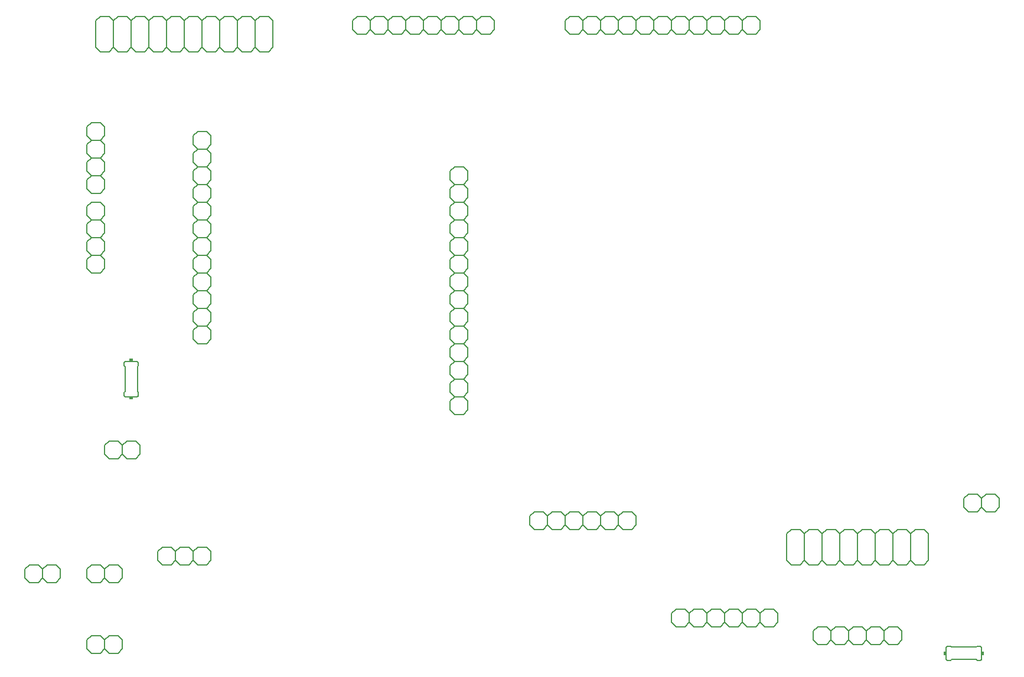
<source format=gto>
G75*
%MOIN*%
%OFA0B0*%
%FSLAX25Y25*%
%IPPOS*%
%LPD*%
%AMOC8*
5,1,8,0,0,1.08239X$1,22.5*
%
%ADD10C,0.00600*%
%ADD11R,0.01500X0.02000*%
%ADD12R,0.02000X0.01500*%
D10*
X0056800Y0044300D02*
X0059300Y0041800D01*
X0064300Y0041800D01*
X0066800Y0044300D01*
X0066800Y0049300D01*
X0064300Y0051800D01*
X0059300Y0051800D01*
X0056800Y0049300D01*
X0056800Y0044300D01*
X0066800Y0044300D02*
X0069300Y0041800D01*
X0074300Y0041800D01*
X0076800Y0044300D01*
X0076800Y0049300D01*
X0074300Y0051800D01*
X0069300Y0051800D01*
X0066800Y0049300D01*
X0064300Y0081800D02*
X0059300Y0081800D01*
X0056800Y0084300D01*
X0056800Y0089300D01*
X0059300Y0091800D01*
X0064300Y0091800D01*
X0066800Y0089300D01*
X0069300Y0091800D01*
X0074300Y0091800D01*
X0076800Y0089300D01*
X0076800Y0084300D01*
X0074300Y0081800D01*
X0069300Y0081800D01*
X0066800Y0084300D01*
X0064300Y0081800D01*
X0066800Y0084300D02*
X0066800Y0089300D01*
X0041800Y0089300D02*
X0041800Y0084300D01*
X0039300Y0081800D01*
X0034300Y0081800D01*
X0031800Y0084300D01*
X0029300Y0081800D01*
X0024300Y0081800D01*
X0021800Y0084300D01*
X0021800Y0089300D01*
X0024300Y0091800D01*
X0029300Y0091800D01*
X0031800Y0089300D01*
X0034300Y0091800D01*
X0039300Y0091800D01*
X0041800Y0089300D01*
X0031800Y0089300D02*
X0031800Y0084300D01*
X0096800Y0094300D02*
X0099300Y0091800D01*
X0104300Y0091800D01*
X0106800Y0094300D01*
X0109300Y0091800D01*
X0114300Y0091800D01*
X0116800Y0094300D01*
X0119300Y0091800D01*
X0124300Y0091800D01*
X0126800Y0094300D01*
X0126800Y0099300D01*
X0124300Y0101800D01*
X0119300Y0101800D01*
X0116800Y0099300D01*
X0116800Y0094300D01*
X0116800Y0099300D02*
X0114300Y0101800D01*
X0109300Y0101800D01*
X0106800Y0099300D01*
X0106800Y0094300D01*
X0106800Y0099300D02*
X0104300Y0101800D01*
X0099300Y0101800D01*
X0096800Y0099300D01*
X0096800Y0094300D01*
X0084300Y0151800D02*
X0079300Y0151800D01*
X0076800Y0154300D01*
X0074300Y0151800D01*
X0069300Y0151800D01*
X0066800Y0154300D01*
X0066800Y0159300D01*
X0069300Y0161800D01*
X0074300Y0161800D01*
X0076800Y0159300D01*
X0079300Y0161800D01*
X0084300Y0161800D01*
X0086800Y0159300D01*
X0086800Y0154300D01*
X0084300Y0151800D01*
X0076800Y0154300D02*
X0076800Y0159300D01*
X0078800Y0186800D02*
X0084800Y0186800D01*
X0084860Y0186802D01*
X0084921Y0186807D01*
X0084980Y0186816D01*
X0085039Y0186829D01*
X0085098Y0186845D01*
X0085155Y0186865D01*
X0085210Y0186888D01*
X0085265Y0186915D01*
X0085317Y0186944D01*
X0085368Y0186977D01*
X0085417Y0187013D01*
X0085463Y0187051D01*
X0085507Y0187093D01*
X0085549Y0187137D01*
X0085587Y0187183D01*
X0085623Y0187232D01*
X0085656Y0187283D01*
X0085685Y0187335D01*
X0085712Y0187390D01*
X0085735Y0187445D01*
X0085755Y0187502D01*
X0085771Y0187561D01*
X0085784Y0187620D01*
X0085793Y0187679D01*
X0085798Y0187740D01*
X0085800Y0187800D01*
X0085800Y0189300D01*
X0085300Y0189800D01*
X0085300Y0203800D01*
X0085800Y0204300D01*
X0085800Y0205800D01*
X0085798Y0205860D01*
X0085793Y0205921D01*
X0085784Y0205980D01*
X0085771Y0206039D01*
X0085755Y0206098D01*
X0085735Y0206155D01*
X0085712Y0206210D01*
X0085685Y0206265D01*
X0085656Y0206317D01*
X0085623Y0206368D01*
X0085587Y0206417D01*
X0085549Y0206463D01*
X0085507Y0206507D01*
X0085463Y0206549D01*
X0085417Y0206587D01*
X0085368Y0206623D01*
X0085317Y0206656D01*
X0085265Y0206685D01*
X0085210Y0206712D01*
X0085155Y0206735D01*
X0085098Y0206755D01*
X0085039Y0206771D01*
X0084980Y0206784D01*
X0084921Y0206793D01*
X0084860Y0206798D01*
X0084800Y0206800D01*
X0078800Y0206800D01*
X0078740Y0206798D01*
X0078679Y0206793D01*
X0078620Y0206784D01*
X0078561Y0206771D01*
X0078502Y0206755D01*
X0078445Y0206735D01*
X0078390Y0206712D01*
X0078335Y0206685D01*
X0078283Y0206656D01*
X0078232Y0206623D01*
X0078183Y0206587D01*
X0078137Y0206549D01*
X0078093Y0206507D01*
X0078051Y0206463D01*
X0078013Y0206417D01*
X0077977Y0206368D01*
X0077944Y0206317D01*
X0077915Y0206265D01*
X0077888Y0206210D01*
X0077865Y0206155D01*
X0077845Y0206098D01*
X0077829Y0206039D01*
X0077816Y0205980D01*
X0077807Y0205921D01*
X0077802Y0205860D01*
X0077800Y0205800D01*
X0077800Y0204300D01*
X0078300Y0203800D01*
X0078300Y0189800D01*
X0077800Y0189300D01*
X0077800Y0187800D01*
X0077802Y0187740D01*
X0077807Y0187679D01*
X0077816Y0187620D01*
X0077829Y0187561D01*
X0077845Y0187502D01*
X0077865Y0187445D01*
X0077888Y0187390D01*
X0077915Y0187335D01*
X0077944Y0187283D01*
X0077977Y0187232D01*
X0078013Y0187183D01*
X0078051Y0187137D01*
X0078093Y0187093D01*
X0078137Y0187051D01*
X0078183Y0187013D01*
X0078232Y0186977D01*
X0078283Y0186944D01*
X0078335Y0186915D01*
X0078390Y0186888D01*
X0078445Y0186865D01*
X0078502Y0186845D01*
X0078561Y0186829D01*
X0078620Y0186816D01*
X0078679Y0186807D01*
X0078740Y0186802D01*
X0078800Y0186800D01*
X0116800Y0219300D02*
X0116800Y0224300D01*
X0119300Y0226800D01*
X0116800Y0229300D01*
X0116800Y0234300D01*
X0119300Y0236800D01*
X0116800Y0239300D01*
X0116800Y0244300D01*
X0119300Y0246800D01*
X0116800Y0249300D01*
X0116800Y0254300D01*
X0119300Y0256800D01*
X0116800Y0259300D01*
X0116800Y0264300D01*
X0119300Y0266800D01*
X0116800Y0269300D01*
X0116800Y0274300D01*
X0119300Y0276800D01*
X0116800Y0279300D01*
X0116800Y0284300D01*
X0119300Y0286800D01*
X0116800Y0289300D01*
X0116800Y0294300D01*
X0119300Y0296800D01*
X0116800Y0299300D01*
X0116800Y0304300D01*
X0119300Y0306800D01*
X0116800Y0309300D01*
X0116800Y0314300D01*
X0119300Y0316800D01*
X0116800Y0319300D01*
X0116800Y0324300D01*
X0119300Y0326800D01*
X0116800Y0329300D01*
X0116800Y0334300D01*
X0119300Y0336800D01*
X0124300Y0336800D01*
X0126800Y0334300D01*
X0126800Y0329300D01*
X0124300Y0326800D01*
X0126800Y0324300D01*
X0126800Y0319300D01*
X0124300Y0316800D01*
X0119300Y0316800D01*
X0124300Y0316800D02*
X0126800Y0314300D01*
X0126800Y0309300D01*
X0124300Y0306800D01*
X0126800Y0304300D01*
X0126800Y0299300D01*
X0124300Y0296800D01*
X0126800Y0294300D01*
X0126800Y0289300D01*
X0124300Y0286800D01*
X0119300Y0286800D01*
X0124300Y0286800D02*
X0126800Y0284300D01*
X0126800Y0279300D01*
X0124300Y0276800D01*
X0126800Y0274300D01*
X0126800Y0269300D01*
X0124300Y0266800D01*
X0126800Y0264300D01*
X0126800Y0259300D01*
X0124300Y0256800D01*
X0119300Y0256800D01*
X0124300Y0256800D02*
X0126800Y0254300D01*
X0126800Y0249300D01*
X0124300Y0246800D01*
X0126800Y0244300D01*
X0126800Y0239300D01*
X0124300Y0236800D01*
X0126800Y0234300D01*
X0126800Y0229300D01*
X0124300Y0226800D01*
X0126800Y0224300D01*
X0126800Y0219300D01*
X0124300Y0216800D01*
X0119300Y0216800D01*
X0116800Y0219300D01*
X0119300Y0226800D02*
X0124300Y0226800D01*
X0124300Y0236800D02*
X0119300Y0236800D01*
X0119300Y0246800D02*
X0124300Y0246800D01*
X0124300Y0266800D02*
X0119300Y0266800D01*
X0119300Y0276800D02*
X0124300Y0276800D01*
X0124300Y0296800D02*
X0119300Y0296800D01*
X0119300Y0306800D02*
X0124300Y0306800D01*
X0124300Y0326800D02*
X0119300Y0326800D01*
X0066800Y0324300D02*
X0064300Y0321800D01*
X0059300Y0321800D01*
X0056800Y0324300D01*
X0056800Y0329300D01*
X0059300Y0331800D01*
X0056800Y0334300D01*
X0056800Y0339300D01*
X0059300Y0341800D01*
X0064300Y0341800D01*
X0066800Y0339300D01*
X0066800Y0334300D01*
X0064300Y0331800D01*
X0066800Y0329300D01*
X0066800Y0324300D01*
X0064300Y0321800D02*
X0066800Y0319300D01*
X0066800Y0314300D01*
X0064300Y0311800D01*
X0066800Y0309300D01*
X0066800Y0304300D01*
X0064300Y0301800D01*
X0059300Y0301800D01*
X0056800Y0304300D01*
X0056800Y0309300D01*
X0059300Y0311800D01*
X0056800Y0314300D01*
X0056800Y0319300D01*
X0059300Y0321800D01*
X0059300Y0331800D02*
X0064300Y0331800D01*
X0064300Y0311800D02*
X0059300Y0311800D01*
X0059300Y0296800D02*
X0056800Y0294300D01*
X0056800Y0289300D01*
X0059300Y0286800D01*
X0056800Y0284300D01*
X0056800Y0279300D01*
X0059300Y0276800D01*
X0064300Y0276800D01*
X0066800Y0279300D01*
X0066800Y0284300D01*
X0064300Y0286800D01*
X0059300Y0286800D01*
X0064300Y0286800D02*
X0066800Y0289300D01*
X0066800Y0294300D01*
X0064300Y0296800D01*
X0059300Y0296800D01*
X0059300Y0276800D02*
X0056800Y0274300D01*
X0056800Y0269300D01*
X0059300Y0266800D01*
X0056800Y0264300D01*
X0056800Y0259300D01*
X0059300Y0256800D01*
X0064300Y0256800D01*
X0066800Y0259300D01*
X0066800Y0264300D01*
X0064300Y0266800D01*
X0059300Y0266800D01*
X0064300Y0266800D02*
X0066800Y0269300D01*
X0066800Y0274300D01*
X0064300Y0276800D01*
X0064300Y0381800D02*
X0061800Y0384300D01*
X0061800Y0399300D01*
X0064300Y0401800D01*
X0069300Y0401800D01*
X0071800Y0399300D01*
X0071800Y0384300D01*
X0069300Y0381800D01*
X0064300Y0381800D01*
X0071800Y0384300D02*
X0074300Y0381800D01*
X0079300Y0381800D01*
X0081800Y0384300D01*
X0081800Y0399300D01*
X0084300Y0401800D01*
X0089300Y0401800D01*
X0091800Y0399300D01*
X0091800Y0384300D01*
X0089300Y0381800D01*
X0084300Y0381800D01*
X0081800Y0384300D01*
X0091800Y0384300D02*
X0094300Y0381800D01*
X0099300Y0381800D01*
X0101800Y0384300D01*
X0101800Y0399300D01*
X0099300Y0401800D01*
X0094300Y0401800D01*
X0091800Y0399300D01*
X0081800Y0399300D02*
X0079300Y0401800D01*
X0074300Y0401800D01*
X0071800Y0399300D01*
X0101800Y0399300D02*
X0104300Y0401800D01*
X0109300Y0401800D01*
X0111800Y0399300D01*
X0111800Y0384300D01*
X0109300Y0381800D01*
X0104300Y0381800D01*
X0101800Y0384300D01*
X0111800Y0384300D02*
X0114300Y0381800D01*
X0119300Y0381800D01*
X0121800Y0384300D01*
X0121800Y0399300D01*
X0119300Y0401800D01*
X0114300Y0401800D01*
X0111800Y0399300D01*
X0121800Y0399300D02*
X0124300Y0401800D01*
X0129300Y0401800D01*
X0131800Y0399300D01*
X0131800Y0384300D01*
X0129300Y0381800D01*
X0124300Y0381800D01*
X0121800Y0384300D01*
X0131800Y0384300D02*
X0134300Y0381800D01*
X0139300Y0381800D01*
X0141800Y0384300D01*
X0141800Y0399300D01*
X0139300Y0401800D01*
X0134300Y0401800D01*
X0131800Y0399300D01*
X0141800Y0399300D02*
X0144300Y0401800D01*
X0149300Y0401800D01*
X0151800Y0399300D01*
X0151800Y0384300D01*
X0149300Y0381800D01*
X0144300Y0381800D01*
X0141800Y0384300D01*
X0151800Y0384300D02*
X0154300Y0381800D01*
X0159300Y0381800D01*
X0161800Y0384300D01*
X0161800Y0399300D01*
X0159300Y0401800D01*
X0154300Y0401800D01*
X0151800Y0399300D01*
X0206800Y0399300D02*
X0206800Y0394300D01*
X0209300Y0391800D01*
X0214300Y0391800D01*
X0216800Y0394300D01*
X0219300Y0391800D01*
X0224300Y0391800D01*
X0226800Y0394300D01*
X0226800Y0399300D01*
X0224300Y0401800D01*
X0219300Y0401800D01*
X0216800Y0399300D01*
X0216800Y0394300D01*
X0226800Y0394300D02*
X0229300Y0391800D01*
X0234300Y0391800D01*
X0236800Y0394300D01*
X0239300Y0391800D01*
X0244300Y0391800D01*
X0246800Y0394300D01*
X0249300Y0391800D01*
X0254300Y0391800D01*
X0256800Y0394300D01*
X0256800Y0399300D01*
X0254300Y0401800D01*
X0249300Y0401800D01*
X0246800Y0399300D01*
X0246800Y0394300D01*
X0256800Y0394300D02*
X0259300Y0391800D01*
X0264300Y0391800D01*
X0266800Y0394300D01*
X0269300Y0391800D01*
X0274300Y0391800D01*
X0276800Y0394300D01*
X0279300Y0391800D01*
X0284300Y0391800D01*
X0286800Y0394300D01*
X0286800Y0399300D01*
X0284300Y0401800D01*
X0279300Y0401800D01*
X0276800Y0399300D01*
X0276800Y0394300D01*
X0276800Y0399300D02*
X0274300Y0401800D01*
X0269300Y0401800D01*
X0266800Y0399300D01*
X0266800Y0394300D01*
X0266800Y0399300D02*
X0264300Y0401800D01*
X0259300Y0401800D01*
X0256800Y0399300D01*
X0246800Y0399300D02*
X0244300Y0401800D01*
X0239300Y0401800D01*
X0236800Y0399300D01*
X0236800Y0394300D01*
X0236800Y0399300D02*
X0234300Y0401800D01*
X0229300Y0401800D01*
X0226800Y0399300D01*
X0216800Y0399300D02*
X0214300Y0401800D01*
X0209300Y0401800D01*
X0206800Y0399300D01*
X0264300Y0316800D02*
X0269300Y0316800D01*
X0271800Y0314300D01*
X0271800Y0309300D01*
X0269300Y0306800D01*
X0271800Y0304300D01*
X0271800Y0299300D01*
X0269300Y0296800D01*
X0271800Y0294300D01*
X0271800Y0289300D01*
X0269300Y0286800D01*
X0271800Y0284300D01*
X0271800Y0279300D01*
X0269300Y0276800D01*
X0271800Y0274300D01*
X0271800Y0269300D01*
X0269300Y0266800D01*
X0271800Y0264300D01*
X0271800Y0259300D01*
X0269300Y0256800D01*
X0271800Y0254300D01*
X0271800Y0249300D01*
X0269300Y0246800D01*
X0271800Y0244300D01*
X0271800Y0239300D01*
X0269300Y0236800D01*
X0271800Y0234300D01*
X0271800Y0229300D01*
X0269300Y0226800D01*
X0271800Y0224300D01*
X0271800Y0219300D01*
X0269300Y0216800D01*
X0271800Y0214300D01*
X0271800Y0209300D01*
X0269300Y0206800D01*
X0271800Y0204300D01*
X0271800Y0199300D01*
X0269300Y0196800D01*
X0271800Y0194300D01*
X0271800Y0189300D01*
X0269300Y0186800D01*
X0271800Y0184300D01*
X0271800Y0179300D01*
X0269300Y0176800D01*
X0264300Y0176800D01*
X0261800Y0179300D01*
X0261800Y0184300D01*
X0264300Y0186800D01*
X0261800Y0189300D01*
X0261800Y0194300D01*
X0264300Y0196800D01*
X0269300Y0196800D01*
X0264300Y0196800D02*
X0261800Y0199300D01*
X0261800Y0204300D01*
X0264300Y0206800D01*
X0261800Y0209300D01*
X0261800Y0214300D01*
X0264300Y0216800D01*
X0261800Y0219300D01*
X0261800Y0224300D01*
X0264300Y0226800D01*
X0269300Y0226800D01*
X0264300Y0226800D02*
X0261800Y0229300D01*
X0261800Y0234300D01*
X0264300Y0236800D01*
X0261800Y0239300D01*
X0261800Y0244300D01*
X0264300Y0246800D01*
X0261800Y0249300D01*
X0261800Y0254300D01*
X0264300Y0256800D01*
X0269300Y0256800D01*
X0264300Y0256800D02*
X0261800Y0259300D01*
X0261800Y0264300D01*
X0264300Y0266800D01*
X0261800Y0269300D01*
X0261800Y0274300D01*
X0264300Y0276800D01*
X0261800Y0279300D01*
X0261800Y0284300D01*
X0264300Y0286800D01*
X0269300Y0286800D01*
X0264300Y0286800D02*
X0261800Y0289300D01*
X0261800Y0294300D01*
X0264300Y0296800D01*
X0261800Y0299300D01*
X0261800Y0304300D01*
X0264300Y0306800D01*
X0261800Y0309300D01*
X0261800Y0314300D01*
X0264300Y0316800D01*
X0264300Y0306800D02*
X0269300Y0306800D01*
X0269300Y0296800D02*
X0264300Y0296800D01*
X0264300Y0276800D02*
X0269300Y0276800D01*
X0269300Y0266800D02*
X0264300Y0266800D01*
X0264300Y0246800D02*
X0269300Y0246800D01*
X0269300Y0236800D02*
X0264300Y0236800D01*
X0264300Y0216800D02*
X0269300Y0216800D01*
X0269300Y0206800D02*
X0264300Y0206800D01*
X0264300Y0186800D02*
X0269300Y0186800D01*
X0309300Y0121800D02*
X0306800Y0119300D01*
X0306800Y0114300D01*
X0309300Y0111800D01*
X0314300Y0111800D01*
X0316800Y0114300D01*
X0319300Y0111800D01*
X0324300Y0111800D01*
X0326800Y0114300D01*
X0326800Y0119300D01*
X0324300Y0121800D01*
X0319300Y0121800D01*
X0316800Y0119300D01*
X0316800Y0114300D01*
X0316800Y0119300D02*
X0314300Y0121800D01*
X0309300Y0121800D01*
X0326800Y0119300D02*
X0329300Y0121800D01*
X0334300Y0121800D01*
X0336800Y0119300D01*
X0339300Y0121800D01*
X0344300Y0121800D01*
X0346800Y0119300D01*
X0349300Y0121800D01*
X0354300Y0121800D01*
X0356800Y0119300D01*
X0359300Y0121800D01*
X0364300Y0121800D01*
X0366800Y0119300D01*
X0366800Y0114300D01*
X0364300Y0111800D01*
X0359300Y0111800D01*
X0356800Y0114300D01*
X0354300Y0111800D01*
X0349300Y0111800D01*
X0346800Y0114300D01*
X0344300Y0111800D01*
X0339300Y0111800D01*
X0336800Y0114300D01*
X0334300Y0111800D01*
X0329300Y0111800D01*
X0326800Y0114300D01*
X0336800Y0114300D02*
X0336800Y0119300D01*
X0346800Y0119300D02*
X0346800Y0114300D01*
X0356800Y0114300D02*
X0356800Y0119300D01*
X0389300Y0066800D02*
X0386800Y0064300D01*
X0386800Y0059300D01*
X0389300Y0056800D01*
X0394300Y0056800D01*
X0396800Y0059300D01*
X0399300Y0056800D01*
X0404300Y0056800D01*
X0406800Y0059300D01*
X0406800Y0064300D01*
X0404300Y0066800D01*
X0399300Y0066800D01*
X0396800Y0064300D01*
X0396800Y0059300D01*
X0396800Y0064300D02*
X0394300Y0066800D01*
X0389300Y0066800D01*
X0406800Y0064300D02*
X0409300Y0066800D01*
X0414300Y0066800D01*
X0416800Y0064300D01*
X0419300Y0066800D01*
X0424300Y0066800D01*
X0426800Y0064300D01*
X0429300Y0066800D01*
X0434300Y0066800D01*
X0436800Y0064300D01*
X0439300Y0066800D01*
X0444300Y0066800D01*
X0446800Y0064300D01*
X0446800Y0059300D01*
X0444300Y0056800D01*
X0439300Y0056800D01*
X0436800Y0059300D01*
X0434300Y0056800D01*
X0429300Y0056800D01*
X0426800Y0059300D01*
X0424300Y0056800D01*
X0419300Y0056800D01*
X0416800Y0059300D01*
X0414300Y0056800D01*
X0409300Y0056800D01*
X0406800Y0059300D01*
X0416800Y0059300D02*
X0416800Y0064300D01*
X0426800Y0064300D02*
X0426800Y0059300D01*
X0436800Y0059300D02*
X0436800Y0064300D01*
X0466800Y0054300D02*
X0466800Y0049300D01*
X0469300Y0046800D01*
X0474300Y0046800D01*
X0476800Y0049300D01*
X0479300Y0046800D01*
X0484300Y0046800D01*
X0486800Y0049300D01*
X0486800Y0054300D01*
X0484300Y0056800D01*
X0479300Y0056800D01*
X0476800Y0054300D01*
X0476800Y0049300D01*
X0476800Y0054300D02*
X0474300Y0056800D01*
X0469300Y0056800D01*
X0466800Y0054300D01*
X0486800Y0054300D02*
X0489300Y0056800D01*
X0494300Y0056800D01*
X0496800Y0054300D01*
X0499300Y0056800D01*
X0504300Y0056800D01*
X0506800Y0054300D01*
X0509300Y0056800D01*
X0514300Y0056800D01*
X0516800Y0054300D01*
X0516800Y0049300D01*
X0514300Y0046800D01*
X0509300Y0046800D01*
X0506800Y0049300D01*
X0504300Y0046800D01*
X0499300Y0046800D01*
X0496800Y0049300D01*
X0494300Y0046800D01*
X0489300Y0046800D01*
X0486800Y0049300D01*
X0496800Y0049300D02*
X0496800Y0054300D01*
X0506800Y0054300D02*
X0506800Y0049300D01*
X0541800Y0044800D02*
X0541800Y0038800D01*
X0541802Y0038740D01*
X0541807Y0038679D01*
X0541816Y0038620D01*
X0541829Y0038561D01*
X0541845Y0038502D01*
X0541865Y0038445D01*
X0541888Y0038390D01*
X0541915Y0038335D01*
X0541944Y0038283D01*
X0541977Y0038232D01*
X0542013Y0038183D01*
X0542051Y0038137D01*
X0542093Y0038093D01*
X0542137Y0038051D01*
X0542183Y0038013D01*
X0542232Y0037977D01*
X0542283Y0037944D01*
X0542335Y0037915D01*
X0542390Y0037888D01*
X0542445Y0037865D01*
X0542502Y0037845D01*
X0542561Y0037829D01*
X0542620Y0037816D01*
X0542679Y0037807D01*
X0542740Y0037802D01*
X0542800Y0037800D01*
X0544300Y0037800D01*
X0544800Y0038300D01*
X0558800Y0038300D01*
X0559300Y0037800D01*
X0560800Y0037800D01*
X0560860Y0037802D01*
X0560921Y0037807D01*
X0560980Y0037816D01*
X0561039Y0037829D01*
X0561098Y0037845D01*
X0561155Y0037865D01*
X0561210Y0037888D01*
X0561265Y0037915D01*
X0561317Y0037944D01*
X0561368Y0037977D01*
X0561417Y0038013D01*
X0561463Y0038051D01*
X0561507Y0038093D01*
X0561549Y0038137D01*
X0561587Y0038183D01*
X0561623Y0038232D01*
X0561656Y0038283D01*
X0561685Y0038335D01*
X0561712Y0038390D01*
X0561735Y0038445D01*
X0561755Y0038502D01*
X0561771Y0038561D01*
X0561784Y0038620D01*
X0561793Y0038679D01*
X0561798Y0038740D01*
X0561800Y0038800D01*
X0561800Y0044800D01*
X0561798Y0044860D01*
X0561793Y0044921D01*
X0561784Y0044980D01*
X0561771Y0045039D01*
X0561755Y0045098D01*
X0561735Y0045155D01*
X0561712Y0045210D01*
X0561685Y0045265D01*
X0561656Y0045317D01*
X0561623Y0045368D01*
X0561587Y0045417D01*
X0561549Y0045463D01*
X0561507Y0045507D01*
X0561463Y0045549D01*
X0561417Y0045587D01*
X0561368Y0045623D01*
X0561317Y0045656D01*
X0561265Y0045685D01*
X0561210Y0045712D01*
X0561155Y0045735D01*
X0561098Y0045755D01*
X0561039Y0045771D01*
X0560980Y0045784D01*
X0560921Y0045793D01*
X0560860Y0045798D01*
X0560800Y0045800D01*
X0559300Y0045800D01*
X0558800Y0045300D01*
X0544800Y0045300D01*
X0544300Y0045800D01*
X0542800Y0045800D01*
X0542740Y0045798D01*
X0542679Y0045793D01*
X0542620Y0045784D01*
X0542561Y0045771D01*
X0542502Y0045755D01*
X0542445Y0045735D01*
X0542390Y0045712D01*
X0542335Y0045685D01*
X0542283Y0045656D01*
X0542232Y0045623D01*
X0542183Y0045587D01*
X0542137Y0045549D01*
X0542093Y0045507D01*
X0542051Y0045463D01*
X0542013Y0045417D01*
X0541977Y0045368D01*
X0541944Y0045317D01*
X0541915Y0045265D01*
X0541888Y0045210D01*
X0541865Y0045155D01*
X0541845Y0045098D01*
X0541829Y0045039D01*
X0541816Y0044980D01*
X0541807Y0044921D01*
X0541802Y0044860D01*
X0541800Y0044800D01*
X0529300Y0091800D02*
X0524300Y0091800D01*
X0521800Y0094300D01*
X0521800Y0109300D01*
X0519300Y0111800D01*
X0514300Y0111800D01*
X0511800Y0109300D01*
X0511800Y0094300D01*
X0509300Y0091800D01*
X0504300Y0091800D01*
X0501800Y0094300D01*
X0501800Y0109300D01*
X0499300Y0111800D01*
X0494300Y0111800D01*
X0491800Y0109300D01*
X0491800Y0094300D01*
X0489300Y0091800D01*
X0484300Y0091800D01*
X0481800Y0094300D01*
X0481800Y0109300D01*
X0479300Y0111800D01*
X0474300Y0111800D01*
X0471800Y0109300D01*
X0471800Y0094300D01*
X0469300Y0091800D01*
X0464300Y0091800D01*
X0461800Y0094300D01*
X0459300Y0091800D01*
X0454300Y0091800D01*
X0451800Y0094300D01*
X0451800Y0109300D01*
X0454300Y0111800D01*
X0459300Y0111800D01*
X0461800Y0109300D01*
X0461800Y0094300D01*
X0471800Y0094300D02*
X0474300Y0091800D01*
X0479300Y0091800D01*
X0481800Y0094300D01*
X0491800Y0094300D02*
X0494300Y0091800D01*
X0499300Y0091800D01*
X0501800Y0094300D01*
X0511800Y0094300D02*
X0514300Y0091800D01*
X0519300Y0091800D01*
X0521800Y0094300D01*
X0529300Y0091800D02*
X0531800Y0094300D01*
X0531800Y0109300D01*
X0529300Y0111800D01*
X0524300Y0111800D01*
X0521800Y0109300D01*
X0511800Y0109300D02*
X0509300Y0111800D01*
X0504300Y0111800D01*
X0501800Y0109300D01*
X0491800Y0109300D02*
X0489300Y0111800D01*
X0484300Y0111800D01*
X0481800Y0109300D01*
X0471800Y0109300D02*
X0469300Y0111800D01*
X0464300Y0111800D01*
X0461800Y0109300D01*
X0551800Y0124300D02*
X0554300Y0121800D01*
X0559300Y0121800D01*
X0561800Y0124300D01*
X0564300Y0121800D01*
X0569300Y0121800D01*
X0571800Y0124300D01*
X0571800Y0129300D01*
X0569300Y0131800D01*
X0564300Y0131800D01*
X0561800Y0129300D01*
X0561800Y0124300D01*
X0561800Y0129300D02*
X0559300Y0131800D01*
X0554300Y0131800D01*
X0551800Y0129300D01*
X0551800Y0124300D01*
X0434300Y0391800D02*
X0429300Y0391800D01*
X0426800Y0394300D01*
X0424300Y0391800D01*
X0419300Y0391800D01*
X0416800Y0394300D01*
X0414300Y0391800D01*
X0409300Y0391800D01*
X0406800Y0394300D01*
X0404300Y0391800D01*
X0399300Y0391800D01*
X0396800Y0394300D01*
X0394300Y0391800D01*
X0389300Y0391800D01*
X0386800Y0394300D01*
X0384300Y0391800D01*
X0379300Y0391800D01*
X0376800Y0394300D01*
X0374300Y0391800D01*
X0369300Y0391800D01*
X0366800Y0394300D01*
X0364300Y0391800D01*
X0359300Y0391800D01*
X0356800Y0394300D01*
X0354300Y0391800D01*
X0349300Y0391800D01*
X0346800Y0394300D01*
X0344300Y0391800D01*
X0339300Y0391800D01*
X0336800Y0394300D01*
X0334300Y0391800D01*
X0329300Y0391800D01*
X0326800Y0394300D01*
X0326800Y0399300D01*
X0329300Y0401800D01*
X0334300Y0401800D01*
X0336800Y0399300D01*
X0339300Y0401800D01*
X0344300Y0401800D01*
X0346800Y0399300D01*
X0346800Y0394300D01*
X0336800Y0394300D02*
X0336800Y0399300D01*
X0346800Y0399300D02*
X0349300Y0401800D01*
X0354300Y0401800D01*
X0356800Y0399300D01*
X0359300Y0401800D01*
X0364300Y0401800D01*
X0366800Y0399300D01*
X0369300Y0401800D01*
X0374300Y0401800D01*
X0376800Y0399300D01*
X0376800Y0394300D01*
X0366800Y0394300D02*
X0366800Y0399300D01*
X0376800Y0399300D02*
X0379300Y0401800D01*
X0384300Y0401800D01*
X0386800Y0399300D01*
X0389300Y0401800D01*
X0394300Y0401800D01*
X0396800Y0399300D01*
X0399300Y0401800D01*
X0404300Y0401800D01*
X0406800Y0399300D01*
X0406800Y0394300D01*
X0396800Y0394300D02*
X0396800Y0399300D01*
X0406800Y0399300D02*
X0409300Y0401800D01*
X0414300Y0401800D01*
X0416800Y0399300D01*
X0419300Y0401800D01*
X0424300Y0401800D01*
X0426800Y0399300D01*
X0429300Y0401800D01*
X0434300Y0401800D01*
X0436800Y0399300D01*
X0436800Y0394300D01*
X0434300Y0391800D01*
X0426800Y0394300D02*
X0426800Y0399300D01*
X0416800Y0399300D02*
X0416800Y0394300D01*
X0386800Y0394300D02*
X0386800Y0399300D01*
X0356800Y0399300D02*
X0356800Y0394300D01*
D11*
X0541050Y0041800D03*
X0562550Y0041800D03*
D12*
X0081800Y0186050D03*
X0081800Y0207550D03*
M02*

</source>
